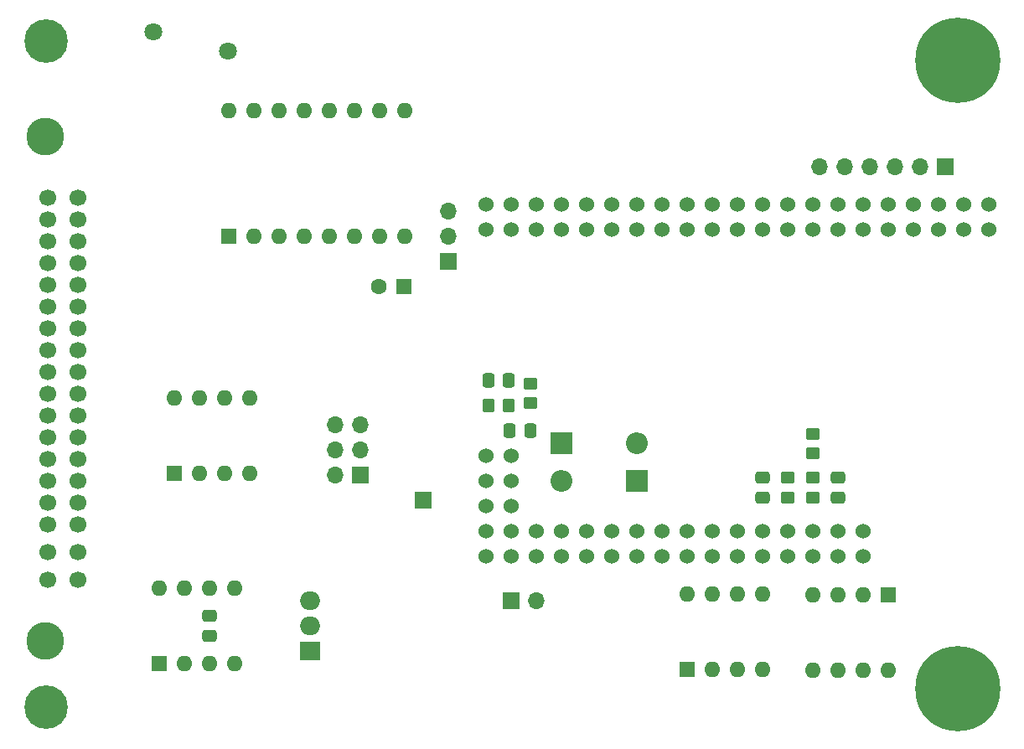
<source format=gbs>
G04 #@! TF.GenerationSoftware,KiCad,Pcbnew,(6.0.1)*
G04 #@! TF.CreationDate,2022-02-05T13:28:53-05:00*
G04 #@! TF.ProjectId,klxecu,6b6c7865-6375-42e6-9b69-6361645f7063,rev?*
G04 #@! TF.SameCoordinates,Original*
G04 #@! TF.FileFunction,Soldermask,Bot*
G04 #@! TF.FilePolarity,Negative*
%FSLAX46Y46*%
G04 Gerber Fmt 4.6, Leading zero omitted, Abs format (unit mm)*
G04 Created by KiCad (PCBNEW (6.0.1)) date 2022-02-05 13:28:53*
%MOMM*%
%LPD*%
G01*
G04 APERTURE LIST*
G04 Aperture macros list*
%AMRoundRect*
0 Rectangle with rounded corners*
0 $1 Rounding radius*
0 $2 $3 $4 $5 $6 $7 $8 $9 X,Y pos of 4 corners*
0 Add a 4 corners polygon primitive as box body*
4,1,4,$2,$3,$4,$5,$6,$7,$8,$9,$2,$3,0*
0 Add four circle primitives for the rounded corners*
1,1,$1+$1,$2,$3*
1,1,$1+$1,$4,$5*
1,1,$1+$1,$6,$7*
1,1,$1+$1,$8,$9*
0 Add four rect primitives between the rounded corners*
20,1,$1+$1,$2,$3,$4,$5,0*
20,1,$1+$1,$4,$5,$6,$7,0*
20,1,$1+$1,$6,$7,$8,$9,0*
20,1,$1+$1,$8,$9,$2,$3,0*%
G04 Aperture macros list end*
%ADD10R,1.700000X1.700000*%
%ADD11O,1.700000X1.700000*%
%ADD12C,1.800000*%
%ADD13R,1.600000X1.600000*%
%ADD14O,1.600000X1.600000*%
%ADD15C,1.524000*%
%ADD16R,2.000000X1.905000*%
%ADD17O,2.000000X1.905000*%
%ADD18C,8.600000*%
%ADD19R,2.200000X2.200000*%
%ADD20O,2.200000X2.200000*%
%ADD21C,1.600000*%
%ADD22C,3.800000*%
%ADD23C,1.700000*%
%ADD24C,4.400000*%
%ADD25RoundRect,0.250000X-0.337500X-0.475000X0.337500X-0.475000X0.337500X0.475000X-0.337500X0.475000X0*%
%ADD26RoundRect,0.250000X-0.450000X0.350000X-0.450000X-0.350000X0.450000X-0.350000X0.450000X0.350000X0*%
%ADD27RoundRect,0.250000X0.450000X-0.350000X0.450000X0.350000X-0.450000X0.350000X-0.450000X-0.350000X0*%
%ADD28RoundRect,0.250000X-0.475000X0.337500X-0.475000X-0.337500X0.475000X-0.337500X0.475000X0.337500X0*%
%ADD29RoundRect,0.250000X-0.350000X-0.450000X0.350000X-0.450000X0.350000X0.450000X-0.350000X0.450000X0*%
G04 APERTURE END LIST*
D10*
X61600000Y-87615000D03*
D11*
X59060000Y-87615000D03*
X61600000Y-85075000D03*
X59060000Y-85075000D03*
X61600000Y-82535000D03*
X59060000Y-82535000D03*
D10*
X76835000Y-100330000D03*
D11*
X79375000Y-100330000D03*
D12*
X40700000Y-42815000D03*
X48200000Y-44815000D03*
D13*
X94625000Y-107305000D03*
D14*
X97165000Y-107305000D03*
X99705000Y-107305000D03*
X102245000Y-107305000D03*
X102245000Y-99685000D03*
X99705000Y-99685000D03*
X97165000Y-99685000D03*
X94625000Y-99685000D03*
D15*
X117475000Y-62865000D03*
X117475000Y-60325000D03*
X120015000Y-60325000D03*
X120015000Y-62865000D03*
X112395000Y-95885000D03*
X112395000Y-93345000D03*
X109855000Y-95885000D03*
X109855000Y-93345000D03*
X107315000Y-95885000D03*
X107315000Y-93345000D03*
X104775000Y-95885000D03*
X104775000Y-93345000D03*
X102235000Y-95885000D03*
X102235000Y-93345000D03*
X99695000Y-95885000D03*
X99695000Y-93345000D03*
X97155000Y-95885000D03*
X97155000Y-93345000D03*
X94615000Y-95885000D03*
X94615000Y-93345000D03*
X114935000Y-62865000D03*
X109855000Y-62865000D03*
X109855000Y-60325000D03*
X107315000Y-62865000D03*
X107315000Y-60325000D03*
X104775000Y-62865000D03*
X104775000Y-60325000D03*
X102235000Y-62865000D03*
X102235000Y-60325000D03*
X99695000Y-62865000D03*
X99695000Y-60325000D03*
X97155000Y-62865000D03*
X97155000Y-60325000D03*
X94615000Y-62865000D03*
X94615000Y-60325000D03*
X92075000Y-62865000D03*
X92075000Y-60325000D03*
X89535000Y-62865000D03*
X89535000Y-60325000D03*
X86995000Y-62865000D03*
X86995000Y-60325000D03*
X84455000Y-62865000D03*
X84455000Y-60325000D03*
X81915000Y-62865000D03*
X81915000Y-60325000D03*
X79375000Y-62865000D03*
X79375000Y-60325000D03*
X76835000Y-62865000D03*
X76835000Y-60325000D03*
X74295000Y-62865000D03*
X74295000Y-60325000D03*
X92075000Y-95885000D03*
X92075000Y-93345000D03*
X89535000Y-95885000D03*
X89535000Y-93345000D03*
X86995000Y-95885000D03*
X86995000Y-93345000D03*
X84455000Y-95885000D03*
X84455000Y-93345000D03*
X81915000Y-95885000D03*
X81915000Y-93345000D03*
X79375000Y-95885000D03*
X79375000Y-93345000D03*
X76835000Y-95885000D03*
X76835000Y-93345000D03*
X74295000Y-95885000D03*
X74295000Y-93345000D03*
X74295000Y-90805000D03*
X76835000Y-90805000D03*
X74295000Y-88265000D03*
X76835000Y-88265000D03*
X74295000Y-85725000D03*
X76835000Y-85725000D03*
X122555000Y-60325000D03*
X122555000Y-62865000D03*
X114935000Y-60325000D03*
X112395000Y-62865000D03*
X112395000Y-60325000D03*
X125095000Y-62865000D03*
X125095000Y-60325000D03*
D13*
X114925000Y-99705000D03*
D14*
X112385000Y-99705000D03*
X109845000Y-99705000D03*
X107305000Y-99705000D03*
X107305000Y-107325000D03*
X109845000Y-107325000D03*
X112385000Y-107325000D03*
X114925000Y-107325000D03*
D10*
X120650000Y-56515000D03*
D11*
X118110000Y-56515000D03*
X115570000Y-56515000D03*
X113030000Y-56515000D03*
X110490000Y-56515000D03*
X107950000Y-56515000D03*
D16*
X56515000Y-105410000D03*
D17*
X56515000Y-102870000D03*
X56515000Y-100330000D03*
D10*
X70485000Y-66025000D03*
D11*
X70485000Y-63485000D03*
X70485000Y-60945000D03*
D18*
X121920000Y-109220000D03*
D13*
X42825000Y-87459511D03*
D14*
X45365000Y-87459511D03*
X47905000Y-87459511D03*
X50445000Y-87459511D03*
X50445000Y-79839511D03*
X47905000Y-79839511D03*
X45365000Y-79839511D03*
X42825000Y-79839511D03*
D19*
X89535000Y-88265000D03*
D20*
X81915000Y-88265000D03*
D19*
X81915000Y-84455000D03*
D20*
X89535000Y-84455000D03*
D13*
X65975112Y-68580000D03*
D21*
X63475112Y-68580000D03*
D22*
X29720000Y-104400000D03*
X29720000Y-53400000D03*
D23*
X33020000Y-59600000D03*
X33020000Y-61800000D03*
X33020000Y-64000000D03*
X33020000Y-66200000D03*
X33020000Y-68400000D03*
X33020000Y-70600000D03*
X33020000Y-72800000D03*
X33020000Y-75000000D03*
X33020000Y-77200000D03*
X33020000Y-79400000D03*
X33020000Y-81600000D03*
X33020000Y-83800000D03*
X33020000Y-86000000D03*
X33020000Y-88200000D03*
X33020000Y-90400000D03*
X33020000Y-92600000D03*
X33020000Y-95400000D03*
X33020000Y-98200000D03*
X30020000Y-59600000D03*
X30020000Y-61800000D03*
X30020000Y-64000000D03*
X30020000Y-66200000D03*
X30020000Y-68400000D03*
X30020000Y-70600000D03*
X30020000Y-72800000D03*
X30020000Y-75000000D03*
X30020000Y-77200000D03*
X30020000Y-79400000D03*
X30020000Y-81600000D03*
X30020000Y-83800000D03*
X30020000Y-86000000D03*
X30020000Y-88200000D03*
X30020000Y-90400000D03*
X30020000Y-92600000D03*
X30020000Y-95400000D03*
X30020000Y-98200000D03*
D13*
X48260000Y-63490000D03*
D14*
X50800000Y-63490000D03*
X53340000Y-63490000D03*
X55880000Y-63490000D03*
X58420000Y-63490000D03*
X60960000Y-63490000D03*
X63500000Y-63490000D03*
X66040000Y-63490000D03*
X66040000Y-50790000D03*
X63500000Y-50790000D03*
X60960000Y-50790000D03*
X58420000Y-50790000D03*
X55880000Y-50790000D03*
X53340000Y-50790000D03*
X50800000Y-50790000D03*
X48260000Y-50790000D03*
D13*
X41275000Y-106680000D03*
D14*
X43815000Y-106680000D03*
X46355000Y-106680000D03*
X48895000Y-106680000D03*
X48895000Y-99060000D03*
X46355000Y-99060000D03*
X43815000Y-99060000D03*
X41275000Y-99060000D03*
D18*
X121920000Y-45720000D03*
D10*
X67945000Y-90170000D03*
D24*
X29845000Y-111125000D03*
X29845000Y-43815000D03*
D25*
X76665000Y-83185000D03*
X78740000Y-83185000D03*
D26*
X107315000Y-87900000D03*
X107315000Y-89900000D03*
D27*
X78740000Y-80375000D03*
X78740000Y-78375000D03*
D28*
X109855000Y-87862500D03*
X109855000Y-89937500D03*
X46345000Y-101842500D03*
X46345000Y-103917500D03*
X102235000Y-87862500D03*
X102235000Y-89937500D03*
D29*
X74565000Y-80645000D03*
X76565000Y-80645000D03*
D27*
X107315000Y-85455000D03*
X107315000Y-83455000D03*
D25*
X74527500Y-78105000D03*
X76602500Y-78105000D03*
D27*
X104775000Y-89900000D03*
X104775000Y-87900000D03*
M02*

</source>
